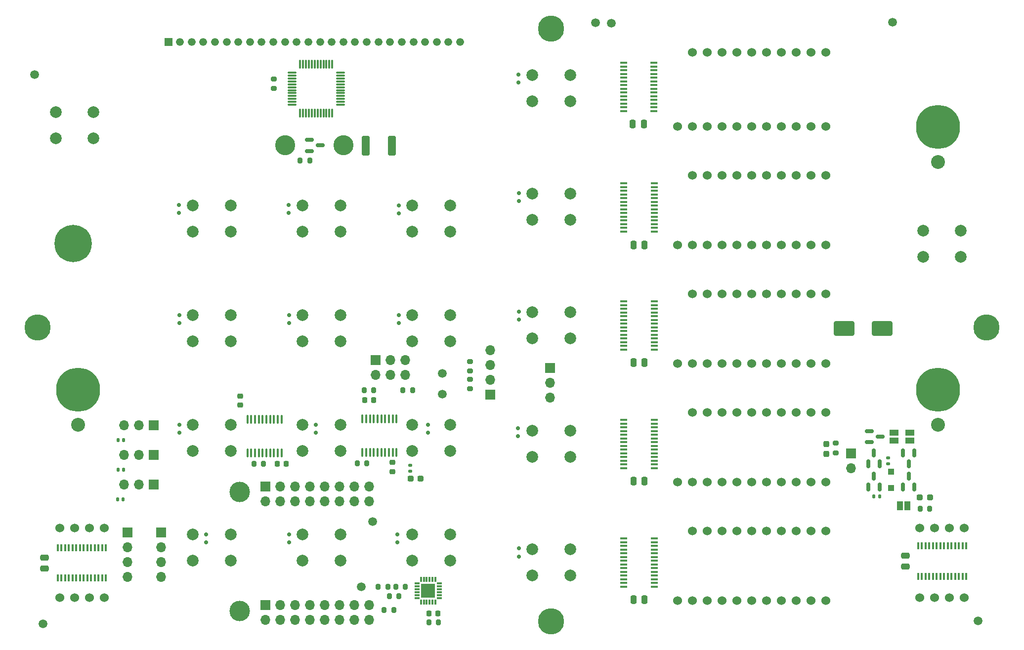
<source format=gbr>
G04 #@! TF.GenerationSoftware,KiCad,Pcbnew,8.0.6*
G04 #@! TF.CreationDate,2024-12-03T12:50:29-05:00*
G04 #@! TF.ProjectId,UFC_Main,5546435f-4d61-4696-9e2e-6b696361645f,6.1.0*
G04 #@! TF.SameCoordinates,Original*
G04 #@! TF.FileFunction,Soldermask,Bot*
G04 #@! TF.FilePolarity,Negative*
%FSLAX46Y46*%
G04 Gerber Fmt 4.6, Leading zero omitted, Abs format (unit mm)*
G04 Created by KiCad (PCBNEW 8.0.6) date 2024-12-03 12:50:29*
%MOMM*%
%LPD*%
G01*
G04 APERTURE LIST*
G04 Aperture macros list*
%AMRoundRect*
0 Rectangle with rounded corners*
0 $1 Rounding radius*
0 $2 $3 $4 $5 $6 $7 $8 $9 X,Y pos of 4 corners*
0 Add a 4 corners polygon primitive as box body*
4,1,4,$2,$3,$4,$5,$6,$7,$8,$9,$2,$3,0*
0 Add four circle primitives for the rounded corners*
1,1,$1+$1,$2,$3*
1,1,$1+$1,$4,$5*
1,1,$1+$1,$6,$7*
1,1,$1+$1,$8,$9*
0 Add four rect primitives between the rounded corners*
20,1,$1+$1,$2,$3,$4,$5,0*
20,1,$1+$1,$4,$5,$6,$7,0*
20,1,$1+$1,$6,$7,$8,$9,0*
20,1,$1+$1,$8,$9,$2,$3,0*%
G04 Aperture macros list end*
%ADD10C,4.500000*%
%ADD11C,7.540752*%
%ADD12C,2.381250*%
%ADD13C,6.400000*%
%ADD14C,1.500000*%
%ADD15C,1.524000*%
%ADD16C,3.435000*%
%ADD17R,1.337000X1.337000*%
%ADD18C,1.337000*%
%ADD19C,2.000000*%
%ADD20RoundRect,0.250000X0.250000X0.475000X-0.250000X0.475000X-0.250000X-0.475000X0.250000X-0.475000X0*%
%ADD21RoundRect,0.225000X0.225000X0.250000X-0.225000X0.250000X-0.225000X-0.250000X0.225000X-0.250000X0*%
%ADD22RoundRect,0.140000X-0.140000X-0.170000X0.140000X-0.170000X0.140000X0.170000X-0.140000X0.170000X0*%
%ADD23RoundRect,0.225000X0.250000X-0.225000X0.250000X0.225000X-0.250000X0.225000X-0.250000X-0.225000X0*%
%ADD24RoundRect,0.225000X-0.225000X-0.250000X0.225000X-0.250000X0.225000X0.250000X-0.225000X0.250000X0*%
%ADD25R,1.700000X1.700000*%
%ADD26O,1.700000X1.700000*%
%ADD27RoundRect,0.200000X0.200000X0.275000X-0.200000X0.275000X-0.200000X-0.275000X0.200000X-0.275000X0*%
%ADD28RoundRect,0.200000X-0.200000X-0.275000X0.200000X-0.275000X0.200000X0.275000X-0.200000X0.275000X0*%
%ADD29RoundRect,0.200000X0.275000X-0.200000X0.275000X0.200000X-0.275000X0.200000X-0.275000X-0.200000X0*%
%ADD30RoundRect,0.075000X-0.662500X-0.075000X0.662500X-0.075000X0.662500X0.075000X-0.662500X0.075000X0*%
%ADD31RoundRect,0.075000X-0.075000X-0.662500X0.075000X-0.662500X0.075000X0.662500X-0.075000X0.662500X0*%
%ADD32R,1.200000X0.400000*%
%ADD33R,0.400000X1.200000*%
%ADD34RoundRect,0.100000X0.100000X-0.637500X0.100000X0.637500X-0.100000X0.637500X-0.100000X-0.637500X0*%
%ADD35RoundRect,0.250000X0.475000X-0.250000X0.475000X0.250000X-0.475000X0.250000X-0.475000X-0.250000X0*%
%ADD36C,3.500000*%
%ADD37RoundRect,0.200000X-0.275000X0.200000X-0.275000X-0.200000X0.275000X-0.200000X0.275000X0.200000X0*%
%ADD38RoundRect,0.150000X0.200000X-0.150000X0.200000X0.150000X-0.200000X0.150000X-0.200000X-0.150000X0*%
%ADD39RoundRect,0.150000X-0.587500X-0.150000X0.587500X-0.150000X0.587500X0.150000X-0.587500X0.150000X0*%
%ADD40RoundRect,0.250000X-1.500000X-1.000000X1.500000X-1.000000X1.500000X1.000000X-1.500000X1.000000X0*%
%ADD41RoundRect,0.150000X0.150000X-0.587500X0.150000X0.587500X-0.150000X0.587500X-0.150000X-0.587500X0*%
%ADD42RoundRect,0.250000X-0.400000X-1.450000X0.400000X-1.450000X0.400000X1.450000X-0.400000X1.450000X0*%
%ADD43RoundRect,0.237500X0.287500X0.237500X-0.287500X0.237500X-0.287500X-0.237500X0.287500X-0.237500X0*%
%ADD44RoundRect,0.135000X-0.135000X-0.185000X0.135000X-0.185000X0.135000X0.185000X-0.135000X0.185000X0*%
%ADD45RoundRect,0.075000X-0.362500X-0.075000X0.362500X-0.075000X0.362500X0.075000X-0.362500X0.075000X0*%
%ADD46RoundRect,0.075000X-0.075000X-0.362500X0.075000X-0.362500X0.075000X0.362500X-0.075000X0.362500X0*%
%ADD47R,2.450000X2.450000*%
%ADD48RoundRect,0.150000X-0.150000X0.587500X-0.150000X-0.587500X0.150000X-0.587500X0.150000X0.587500X0*%
%ADD49R,1.500000X1.000000*%
%ADD50RoundRect,0.237500X0.237500X-0.287500X0.237500X0.287500X-0.237500X0.287500X-0.237500X-0.287500X0*%
%ADD51RoundRect,0.237500X-0.287500X-0.237500X0.287500X-0.237500X0.287500X0.237500X-0.287500X0.237500X0*%
%ADD52R,1.000000X1.500000*%
%ADD53RoundRect,0.135000X-0.185000X0.135000X-0.185000X-0.135000X0.185000X-0.135000X0.185000X0.135000X0*%
%ADD54RoundRect,0.250000X0.300000X-0.300000X0.300000X0.300000X-0.300000X0.300000X-0.300000X-0.300000X0*%
G04 APERTURE END LIST*
D10*
X178559000Y-94356000D03*
X253108000Y-145537000D03*
X178559000Y-195956000D03*
X90548000Y-145537000D03*
D11*
X97533000Y-156268000D03*
D12*
X97533000Y-162268000D03*
D11*
X244853000Y-111184000D03*
D12*
X244853000Y-117184000D03*
D11*
X244853000Y-156268000D03*
D12*
X244853000Y-162268000D03*
D13*
X96644000Y-131186000D03*
D14*
X186126640Y-93320000D03*
X188826640Y-93404500D03*
D15*
X94339000Y-191874000D03*
X96879000Y-191874000D03*
X99419000Y-191874000D03*
X101959000Y-191874000D03*
X101959000Y-179974000D03*
X99419000Y-179974000D03*
X96879000Y-179974000D03*
X94339000Y-179974000D03*
X241659000Y-191874000D03*
X244199000Y-191874000D03*
X246739000Y-191874000D03*
X249279000Y-191874000D03*
X249279000Y-179974000D03*
X246739000Y-179974000D03*
X244199000Y-179974000D03*
X241659000Y-179974000D03*
X200176000Y-111094000D03*
X202716000Y-111094000D03*
X205256000Y-111094000D03*
X207796000Y-111094000D03*
X210336000Y-111094000D03*
X212876000Y-111094000D03*
X215416000Y-111094000D03*
X217956000Y-111094000D03*
X220496000Y-111094000D03*
X223036000Y-111094000D03*
X225576000Y-111094000D03*
X225576000Y-98394000D03*
X223036000Y-98394000D03*
X220496000Y-98394000D03*
X217956000Y-98394000D03*
X215416000Y-98394000D03*
X212876000Y-98394000D03*
X210336000Y-98394000D03*
X207796000Y-98394000D03*
X205256000Y-98394000D03*
X202716000Y-98394000D03*
X200176000Y-131414000D03*
X202716000Y-131414000D03*
X205256000Y-131414000D03*
X207796000Y-131414000D03*
X210336000Y-131414000D03*
X212876000Y-131414000D03*
X215416000Y-131414000D03*
X217956000Y-131414000D03*
X220496000Y-131414000D03*
X223036000Y-131414000D03*
X225576000Y-131414000D03*
X225576000Y-119514000D03*
X223036000Y-119514000D03*
X220496000Y-119514000D03*
X217956000Y-119514000D03*
X215416000Y-119514000D03*
X212876000Y-119514000D03*
X210336000Y-119514000D03*
X207796000Y-119514000D03*
X205256000Y-119514000D03*
X202716000Y-119514000D03*
X200176000Y-151734000D03*
X202716000Y-151734000D03*
X205256000Y-151734000D03*
X207796000Y-151734000D03*
X210336000Y-151734000D03*
X212876000Y-151734000D03*
X215416000Y-151734000D03*
X217956000Y-151734000D03*
X220496000Y-151734000D03*
X223036000Y-151734000D03*
X225576000Y-151734000D03*
X225576000Y-139834000D03*
X223036000Y-139834000D03*
X220496000Y-139834000D03*
X217956000Y-139834000D03*
X215416000Y-139834000D03*
X212876000Y-139834000D03*
X210336000Y-139834000D03*
X207796000Y-139834000D03*
X205256000Y-139834000D03*
X202716000Y-139834000D03*
X200176000Y-172054000D03*
X202716000Y-172054000D03*
X205256000Y-172054000D03*
X207796000Y-172054000D03*
X210336000Y-172054000D03*
X212876000Y-172054000D03*
X215416000Y-172054000D03*
X217956000Y-172054000D03*
X220496000Y-172054000D03*
X223036000Y-172054000D03*
X225576000Y-172054000D03*
X225576000Y-160154000D03*
X223036000Y-160154000D03*
X220496000Y-160154000D03*
X217956000Y-160154000D03*
X215416000Y-160154000D03*
X212876000Y-160154000D03*
X210336000Y-160154000D03*
X207796000Y-160154000D03*
X205256000Y-160154000D03*
X202716000Y-160154000D03*
X200176000Y-192374000D03*
X202716000Y-192374000D03*
X205256000Y-192374000D03*
X207796000Y-192374000D03*
X210336000Y-192374000D03*
X212876000Y-192374000D03*
X215416000Y-192374000D03*
X217956000Y-192374000D03*
X220496000Y-192374000D03*
X223036000Y-192374000D03*
X225576000Y-192374000D03*
X225576000Y-180474000D03*
X223036000Y-180474000D03*
X220496000Y-180474000D03*
X217956000Y-180474000D03*
X215416000Y-180474000D03*
X212876000Y-180474000D03*
X210336000Y-180474000D03*
X207796000Y-180474000D03*
X205256000Y-180474000D03*
X202716000Y-180474000D03*
D16*
X132952000Y-114347000D03*
X142952000Y-114347000D03*
D17*
X112950000Y-96643000D03*
D18*
X114950000Y-96643000D03*
X116950000Y-96643000D03*
X118950000Y-96643000D03*
X120950000Y-96643000D03*
X122950000Y-96643000D03*
X124950000Y-96643000D03*
X126950000Y-96643000D03*
X128950000Y-96643000D03*
X130950000Y-96643000D03*
X132950000Y-96643000D03*
X134950000Y-96643000D03*
X136950000Y-96643000D03*
X138950000Y-96643000D03*
X140950000Y-96643000D03*
X142950000Y-96643000D03*
X144950000Y-96643000D03*
X146950000Y-96643000D03*
X148950000Y-96643000D03*
X150950000Y-96643000D03*
X152950000Y-96643000D03*
X154950000Y-96643000D03*
X156950000Y-96643000D03*
X158950000Y-96643000D03*
X160950000Y-96643000D03*
X162950000Y-96643000D03*
D19*
X175309000Y-122586000D03*
X181809000Y-122586000D03*
X175309000Y-127086000D03*
X181809000Y-127086000D03*
X175309000Y-163226000D03*
X181809000Y-163226000D03*
X175309000Y-167726000D03*
X181809000Y-167726000D03*
X154735001Y-162210000D03*
X161235001Y-162210000D03*
X154735001Y-166710000D03*
X161235001Y-166710000D03*
D14*
X90051840Y-102260400D03*
D19*
X117143000Y-143413996D03*
X123643000Y-143413996D03*
X117143000Y-147913996D03*
X123643000Y-147913996D03*
X135939002Y-162210000D03*
X142439002Y-162210000D03*
X135939002Y-166710000D03*
X142439002Y-166710000D03*
X117143001Y-162210000D03*
X123643001Y-162210000D03*
X117143001Y-166710000D03*
X123643001Y-166710000D03*
X154735000Y-143413996D03*
X161235000Y-143413996D03*
X154735000Y-147913996D03*
X161235000Y-147913996D03*
D14*
X251697440Y-195884800D03*
D19*
X175309000Y-102266000D03*
X181809000Y-102266000D03*
X175309000Y-106766000D03*
X181809000Y-106766000D03*
X135939002Y-181006001D03*
X142439002Y-181006001D03*
X135939002Y-185506001D03*
X142439002Y-185506001D03*
X117143001Y-124617999D03*
X123643001Y-124617999D03*
X117143001Y-129117999D03*
X123643001Y-129117999D03*
X135939002Y-143413999D03*
X142439002Y-143413999D03*
X135939002Y-147913999D03*
X142439002Y-147913999D03*
X154735001Y-124617999D03*
X161235001Y-124617999D03*
X154735001Y-129117999D03*
X161235001Y-129117999D03*
X117143001Y-181006001D03*
X123643001Y-181006001D03*
X117143001Y-185506001D03*
X123643001Y-185506001D03*
D14*
X159901840Y-153472800D03*
D19*
X242238002Y-128935998D03*
X248738002Y-128935998D03*
X242238002Y-133435998D03*
X248738002Y-133435998D03*
D14*
X146033440Y-189992000D03*
D19*
X135939002Y-124617999D03*
X142439002Y-124617999D03*
X135939002Y-129117999D03*
X142439002Y-129117999D03*
X175309000Y-142906000D03*
X181809000Y-142906000D03*
X175309000Y-147406000D03*
X181809000Y-147406000D03*
X93648000Y-108616000D03*
X100148000Y-108616000D03*
X93648000Y-113116000D03*
X100148000Y-113116000D03*
X154735000Y-181006001D03*
X161235000Y-181006001D03*
X154735000Y-185506001D03*
X161235000Y-185506001D03*
D14*
X159901840Y-157022800D03*
X237016240Y-93218000D03*
X147938440Y-178816000D03*
X91525040Y-196392800D03*
D19*
X175309000Y-183546000D03*
X181809000Y-183546000D03*
X175309000Y-188046000D03*
X181809000Y-188046000D03*
D20*
X194430640Y-110695000D03*
X192530640Y-110695000D03*
X194557640Y-151589000D03*
X192657640Y-151589000D03*
X194557640Y-131396000D03*
X192657640Y-131396000D03*
D21*
X159176640Y-194620000D03*
X157626640Y-194620000D03*
D22*
X104263440Y-175033200D03*
X105223440Y-175033200D03*
D21*
X133151640Y-168980000D03*
X131601640Y-168980000D03*
D23*
X125307040Y-158864600D03*
X125307040Y-157314600D03*
X151326640Y-170270000D03*
X151326640Y-168720000D03*
D24*
X146571640Y-157980000D03*
X148121640Y-157980000D03*
D25*
X229894204Y-167125200D03*
D26*
X229894204Y-169665200D03*
D25*
X105963440Y-180710000D03*
D26*
X105963440Y-183250000D03*
X105963440Y-185790000D03*
X105963440Y-188330000D03*
D25*
X110458440Y-162333200D03*
D26*
X107918440Y-162333200D03*
X105378440Y-162333200D03*
D25*
X110458440Y-172493200D03*
D26*
X107918440Y-172493200D03*
X105378440Y-172493200D03*
D25*
X148501640Y-151145000D03*
D26*
X148501640Y-153685000D03*
X151041640Y-151145000D03*
X151041640Y-153685000D03*
X153581640Y-151145000D03*
X153581640Y-153685000D03*
D25*
X168131440Y-157050000D03*
D26*
X168131440Y-154510000D03*
X168131440Y-151970000D03*
X168131440Y-149430000D03*
D25*
X111743440Y-180710000D03*
D26*
X111743440Y-183250000D03*
X111743440Y-185790000D03*
X111743440Y-188330000D03*
D25*
X110458440Y-167413200D03*
D26*
X107918440Y-167413200D03*
X105378440Y-167413200D03*
D25*
X178372440Y-152502000D03*
D26*
X178372440Y-155042000D03*
X178372440Y-157582000D03*
D27*
X137189640Y-116940000D03*
X135539640Y-116940000D03*
D28*
X157576640Y-196160000D03*
X159226640Y-196160000D03*
D27*
X152481640Y-191671000D03*
X150831640Y-191671000D03*
X153576640Y-190020000D03*
X151926640Y-190020000D03*
X150551640Y-190020000D03*
X148901640Y-190020000D03*
D28*
X149921640Y-194000000D03*
X151571640Y-194000000D03*
D27*
X154795440Y-156337000D03*
X153145440Y-156337000D03*
X148128440Y-156337000D03*
X146478440Y-156337000D03*
D28*
X127613280Y-168978000D03*
X129263280Y-168978000D03*
D29*
X164651640Y-153059000D03*
X164651640Y-151409000D03*
X164651640Y-156107000D03*
X164651640Y-154457000D03*
D30*
X134123500Y-107394000D03*
X134123500Y-106894000D03*
X134123500Y-106394000D03*
X134123500Y-105894000D03*
X134123500Y-105394000D03*
X134123500Y-104894000D03*
X134123500Y-104394000D03*
X134123500Y-103894000D03*
X134123500Y-103394000D03*
X134123500Y-102894000D03*
X134123500Y-102394000D03*
X134123500Y-101894000D03*
D31*
X135536000Y-100481500D03*
X136036000Y-100481500D03*
X136536000Y-100481500D03*
X137036000Y-100481500D03*
X137536000Y-100481500D03*
X138036000Y-100481500D03*
X138536000Y-100481500D03*
X139036000Y-100481500D03*
X139536000Y-100481500D03*
X140036000Y-100481500D03*
X140536000Y-100481500D03*
X141036000Y-100481500D03*
D30*
X142448500Y-101894000D03*
X142448500Y-102394000D03*
X142448500Y-102894000D03*
X142448500Y-103394000D03*
X142448500Y-103894000D03*
X142448500Y-104394000D03*
X142448500Y-104894000D03*
X142448500Y-105394000D03*
X142448500Y-105894000D03*
X142448500Y-106394000D03*
X142448500Y-106894000D03*
X142448500Y-107394000D03*
D31*
X141036000Y-108806500D03*
X140536000Y-108806500D03*
X140036000Y-108806500D03*
X139536000Y-108806500D03*
X139036000Y-108806500D03*
X138536000Y-108806500D03*
X138036000Y-108806500D03*
X137536000Y-108806500D03*
X137036000Y-108806500D03*
X136536000Y-108806500D03*
X136036000Y-108806500D03*
X135536000Y-108806500D03*
D32*
X196139000Y-100192500D03*
X196139000Y-100827500D03*
X196139000Y-101462500D03*
X196139000Y-102097500D03*
X196139000Y-102732500D03*
X196139000Y-103367500D03*
X196139000Y-104002500D03*
X196139000Y-104637500D03*
X196139000Y-105272500D03*
X196139000Y-105907500D03*
X196139000Y-106542500D03*
X196139000Y-107177500D03*
X196139000Y-107812500D03*
X196139000Y-108447500D03*
X190939000Y-108447500D03*
X190939000Y-107812500D03*
X190939000Y-107177500D03*
X190939000Y-106542500D03*
X190939000Y-105907500D03*
X190939000Y-105272500D03*
X190939000Y-104637500D03*
X190939000Y-104002500D03*
X190939000Y-103367500D03*
X190939000Y-102732500D03*
X190939000Y-102097500D03*
X190939000Y-101462500D03*
X190939000Y-100827500D03*
X190939000Y-100192500D03*
X196207640Y-120855000D03*
X196207640Y-121490000D03*
X196207640Y-122125000D03*
X196207640Y-122760000D03*
X196207640Y-123395000D03*
X196207640Y-124030000D03*
X196207640Y-124665000D03*
X196207640Y-125300000D03*
X196207640Y-125935000D03*
X196207640Y-126570000D03*
X196207640Y-127205000D03*
X196207640Y-127840000D03*
X196207640Y-128475000D03*
X196207640Y-129110000D03*
X191007640Y-129110000D03*
X191007640Y-128475000D03*
X191007640Y-127840000D03*
X191007640Y-127205000D03*
X191007640Y-126570000D03*
X191007640Y-125935000D03*
X191007640Y-125300000D03*
X191007640Y-124665000D03*
X191007640Y-124030000D03*
X191007640Y-123395000D03*
X191007640Y-122760000D03*
X191007640Y-122125000D03*
X191007640Y-121490000D03*
X191007640Y-120855000D03*
X196207640Y-141111500D03*
X196207640Y-141746500D03*
X196207640Y-142381500D03*
X196207640Y-143016500D03*
X196207640Y-143651500D03*
X196207640Y-144286500D03*
X196207640Y-144921500D03*
X196207640Y-145556500D03*
X196207640Y-146191500D03*
X196207640Y-146826500D03*
X196207640Y-147461500D03*
X196207640Y-148096500D03*
X196207640Y-148731500D03*
X196207640Y-149366500D03*
X191007640Y-149366500D03*
X191007640Y-148731500D03*
X191007640Y-148096500D03*
X191007640Y-147461500D03*
X191007640Y-146826500D03*
X191007640Y-146191500D03*
X191007640Y-145556500D03*
X191007640Y-144921500D03*
X191007640Y-144286500D03*
X191007640Y-143651500D03*
X191007640Y-143016500D03*
X191007640Y-142381500D03*
X191007640Y-141746500D03*
X191007640Y-141111500D03*
D33*
X249678140Y-188225000D03*
X249043140Y-188225000D03*
X248408140Y-188225000D03*
X247773140Y-188225000D03*
X247138140Y-188225000D03*
X246503140Y-188225000D03*
X245868140Y-188225000D03*
X245233140Y-188225000D03*
X244598140Y-188225000D03*
X243963140Y-188225000D03*
X243328140Y-188225000D03*
X242693140Y-188225000D03*
X242058140Y-188225000D03*
X241423140Y-188225000D03*
X241423140Y-183025000D03*
X242058140Y-183025000D03*
X242693140Y-183025000D03*
X243328140Y-183025000D03*
X243963140Y-183025000D03*
X244598140Y-183025000D03*
X245233140Y-183025000D03*
X245868140Y-183025000D03*
X246503140Y-183025000D03*
X247138140Y-183025000D03*
X247773140Y-183025000D03*
X248408140Y-183025000D03*
X249043140Y-183025000D03*
X249678140Y-183025000D03*
D34*
X152051640Y-166957500D03*
X151401640Y-166957500D03*
X150751640Y-166957500D03*
X150101640Y-166957500D03*
X149451640Y-166957500D03*
X148801640Y-166957500D03*
X148151640Y-166957500D03*
X147501640Y-166957500D03*
X146851640Y-166957500D03*
X146201640Y-166957500D03*
X146201640Y-161232500D03*
X146851640Y-161232500D03*
X147501640Y-161232500D03*
X148151640Y-161232500D03*
X148801640Y-161232500D03*
X149451640Y-161232500D03*
X150101640Y-161232500D03*
X150751640Y-161232500D03*
X151401640Y-161232500D03*
X152051640Y-161232500D03*
X132351640Y-167082500D03*
X131701640Y-167082500D03*
X131051640Y-167082500D03*
X130401640Y-167082500D03*
X129751640Y-167082500D03*
X129101640Y-167082500D03*
X128451640Y-167082500D03*
X127801640Y-167082500D03*
X127151640Y-167082500D03*
X126501640Y-167082500D03*
X126501640Y-161357500D03*
X127151640Y-161357500D03*
X127801640Y-161357500D03*
X128451640Y-161357500D03*
X129101640Y-161357500D03*
X129751640Y-161357500D03*
X130401640Y-161357500D03*
X131051640Y-161357500D03*
X131701640Y-161357500D03*
X132351640Y-161357500D03*
D35*
X239200640Y-186575000D03*
X239200640Y-184675000D03*
D25*
X129600000Y-172798000D03*
D26*
X132140000Y-172798000D03*
X134680000Y-172798000D03*
X137220000Y-172798000D03*
X139760000Y-172798000D03*
X142300000Y-172798000D03*
X144840000Y-172798000D03*
X147380000Y-172798000D03*
X129600000Y-175338000D03*
X132140000Y-175338000D03*
X134680000Y-175338000D03*
X137220000Y-175338000D03*
X139760000Y-175338000D03*
X142300000Y-175338000D03*
X144840000Y-175338000D03*
X147380000Y-175338000D03*
D25*
X129600000Y-193118000D03*
D26*
X132140000Y-193118000D03*
X134680000Y-193118000D03*
X137220000Y-193118000D03*
X139760000Y-193118000D03*
X142300000Y-193118000D03*
X144840000Y-193118000D03*
X147380000Y-193118000D03*
X129600000Y-195658000D03*
X132140000Y-195658000D03*
X134680000Y-195658000D03*
X137220000Y-195658000D03*
X139760000Y-195658000D03*
X142300000Y-195658000D03*
X144840000Y-195658000D03*
X147380000Y-195658000D03*
D36*
X125190000Y-173808000D03*
X125190000Y-194208001D03*
D27*
X146951640Y-168820000D03*
X145301640Y-168820000D03*
D37*
X131020000Y-102948000D03*
X131020000Y-104598000D03*
D38*
X133613440Y-143425200D03*
X133613440Y-144825200D03*
D39*
X233056704Y-165212700D03*
X233056704Y-163312700D03*
X234931704Y-164262700D03*
D40*
X228763440Y-145725200D03*
X235263440Y-145725200D03*
D41*
X234794204Y-168925200D03*
X232894204Y-168925200D03*
X233844204Y-167050200D03*
D42*
X146805640Y-114378000D03*
X151255640Y-114378000D03*
D39*
X137092640Y-115316000D03*
X137092640Y-113416000D03*
X138967640Y-114366000D03*
D38*
X114791440Y-124549200D03*
X114791440Y-125949200D03*
D22*
X104333440Y-169923200D03*
X105293440Y-169923200D03*
D20*
X194557640Y-171909000D03*
X192657640Y-171909000D03*
D43*
X156201640Y-171520000D03*
X154451640Y-171520000D03*
D38*
X152413440Y-143425200D03*
X152413440Y-144825200D03*
D44*
X233834204Y-174487700D03*
X234854204Y-174487700D03*
D45*
X155539140Y-191932500D03*
X155539140Y-191432500D03*
X155539140Y-190932500D03*
X155539140Y-190432500D03*
X155539140Y-189932500D03*
X155539140Y-189432500D03*
D46*
X156226640Y-188745000D03*
X156726640Y-188745000D03*
X157226640Y-188745000D03*
X157726640Y-188745000D03*
X158226640Y-188745000D03*
X158726640Y-188745000D03*
D45*
X159414140Y-189432500D03*
X159414140Y-189932500D03*
X159414140Y-190432500D03*
X159414140Y-190932500D03*
X159414140Y-191432500D03*
X159414140Y-191932500D03*
D46*
X158726640Y-192620000D03*
X158226640Y-192620000D03*
X157726640Y-192620000D03*
X157226640Y-192620000D03*
X156726640Y-192620000D03*
X156226640Y-192620000D03*
D47*
X157476640Y-190682500D03*
D38*
X114813440Y-143425200D03*
X114813440Y-144825200D03*
X114813440Y-162225200D03*
X114813440Y-163625200D03*
X157413440Y-162225200D03*
X157413440Y-163625200D03*
X119413440Y-181025200D03*
X119413440Y-182425200D03*
X173013440Y-122525200D03*
X173013440Y-123925200D03*
D32*
X196207640Y-161431500D03*
X196207640Y-162066500D03*
X196207640Y-162701500D03*
X196207640Y-163336500D03*
X196207640Y-163971500D03*
X196207640Y-164606500D03*
X196207640Y-165241500D03*
X196207640Y-165876500D03*
X196207640Y-166511500D03*
X196207640Y-167146500D03*
X196207640Y-167781500D03*
X196207640Y-168416500D03*
X196207640Y-169051500D03*
X196207640Y-169686500D03*
X191007640Y-169686500D03*
X191007640Y-169051500D03*
X191007640Y-168416500D03*
X191007640Y-167781500D03*
X191007640Y-167146500D03*
X191007640Y-166511500D03*
X191007640Y-165876500D03*
X191007640Y-165241500D03*
X191007640Y-164606500D03*
X191007640Y-163971500D03*
X191007640Y-163336500D03*
X191007640Y-162701500D03*
X191007640Y-162066500D03*
X191007640Y-161431500D03*
D38*
X133587440Y-124549200D03*
X133587440Y-125949200D03*
D48*
X238844204Y-167050200D03*
X240744204Y-167050200D03*
X239794204Y-168925200D03*
D49*
X237294204Y-164925200D03*
X237294204Y-163625200D03*
D38*
X172813440Y-162825200D03*
X172813440Y-164225200D03*
D50*
X225694204Y-167275200D03*
X225694204Y-165525200D03*
D41*
X234794204Y-172925200D03*
X232894204Y-172925200D03*
X233844204Y-171050200D03*
D51*
X241719204Y-174725200D03*
X243469204Y-174725200D03*
D52*
X238294204Y-176125200D03*
X239594204Y-176125200D03*
D53*
X154426640Y-169210000D03*
X154426640Y-170230000D03*
D38*
X152213440Y-181025200D03*
X152213440Y-182425200D03*
D33*
X102276500Y-188524000D03*
X101641500Y-188524000D03*
X101006500Y-188524000D03*
X100371500Y-188524000D03*
X99736500Y-188524000D03*
X99101500Y-188524000D03*
X98466500Y-188524000D03*
X97831500Y-188524000D03*
X97196500Y-188524000D03*
X96561500Y-188524000D03*
X95926500Y-188524000D03*
X95291500Y-188524000D03*
X94656500Y-188524000D03*
X94021500Y-188524000D03*
X94021500Y-183324000D03*
X94656500Y-183324000D03*
X95291500Y-183324000D03*
X95926500Y-183324000D03*
X96561500Y-183324000D03*
X97196500Y-183324000D03*
X97831500Y-183324000D03*
X98466500Y-183324000D03*
X99101500Y-183324000D03*
X99736500Y-183324000D03*
X100371500Y-183324000D03*
X101006500Y-183324000D03*
X101641500Y-183324000D03*
X102276500Y-183324000D03*
D38*
X173013440Y-183425200D03*
X173013440Y-184825200D03*
D20*
X194557640Y-192229000D03*
X192657640Y-192229000D03*
D54*
X236794204Y-173125200D03*
X236794204Y-170325200D03*
D49*
X239994204Y-164925200D03*
X239994204Y-163625200D03*
D38*
X133613440Y-181025200D03*
X133613440Y-182425200D03*
X138213440Y-162225200D03*
X138213440Y-163625200D03*
X173013440Y-142825200D03*
X173013440Y-144225200D03*
X172957440Y-102197200D03*
X172957440Y-103597200D03*
D32*
X196207640Y-181751500D03*
X196207640Y-182386500D03*
X196207640Y-183021500D03*
X196207640Y-183656500D03*
X196207640Y-184291500D03*
X196207640Y-184926500D03*
X196207640Y-185561500D03*
X196207640Y-186196500D03*
X196207640Y-186831500D03*
X196207640Y-187466500D03*
X196207640Y-188101500D03*
X196207640Y-188736500D03*
X196207640Y-189371500D03*
X196207640Y-190006500D03*
X191007640Y-190006500D03*
X191007640Y-189371500D03*
X191007640Y-188736500D03*
X191007640Y-188101500D03*
X191007640Y-187466500D03*
X191007640Y-186831500D03*
X191007640Y-186196500D03*
X191007640Y-185561500D03*
X191007640Y-184926500D03*
X191007640Y-184291500D03*
X191007640Y-183656500D03*
X191007640Y-183021500D03*
X191007640Y-182386500D03*
X191007640Y-181751500D03*
D22*
X104353440Y-164893200D03*
X105313440Y-164893200D03*
D29*
X227294204Y-167050200D03*
X227294204Y-165400200D03*
D28*
X241769204Y-176630200D03*
X243419204Y-176630200D03*
D38*
X152413440Y-124625200D03*
X152413440Y-126025200D03*
D35*
X91746640Y-186920000D03*
X91746640Y-185020000D03*
D53*
X236294204Y-167894000D03*
X236294204Y-168914000D03*
D41*
X240744204Y-172900200D03*
X238844204Y-172900200D03*
X239794204Y-171025200D03*
M02*

</source>
